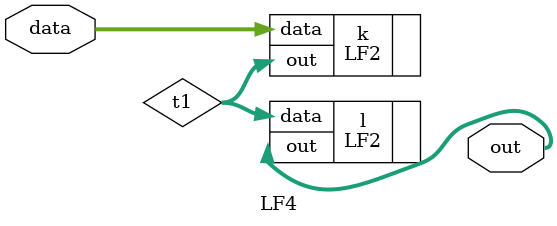
<source format=v>
module LF4 (input [31:0] data, output [31:0] out);
  
	wire [31:0] t1;
   LF2 k(.data(data),.out(t1));
   LF2 l(.data(t1),.out(out));
   
endmodule 

</source>
